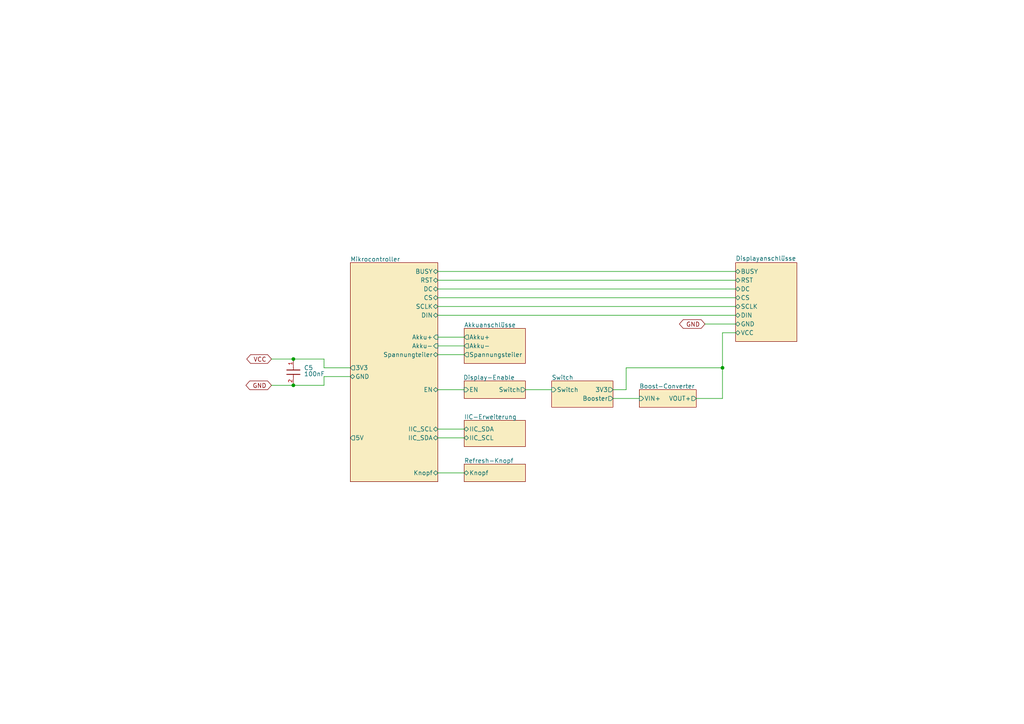
<source format=kicad_sch>
(kicad_sch (version 20231120) (generator "eeschema") (generator_version "8.0")
  (paper "A4")
  (title_block (title "LPRD_MainBoard"))
  (lib_symbols
    (symbol "WCAP-CSGP_1210_H2.0:WCAP-CSGP_1210_H2.0" (pin_names (offset 1.016))
      (property "Reference" "C" (at 1.27 2.54 0))
      (property "Value" "WCAP-CSGP_1210_H2.0" (at 1.27 -5.08 0))
      (symbol "WCAP-CSGP_1210_H2.0_0_0"
        (polyline (pts (xy 0 0) (xy 0.6426 0)) (stroke (width 0.1524)))
        (polyline (pts (xy 0.635 -1.905) (xy 0.635 1.905)) (stroke (width 0.254)))
        (polyline (pts (xy 1.905 1.905) (xy 1.905 -1.905)) (stroke (width 0.254)))
        (polyline (pts (xy 1.9279 0) (xy 2.5705 0)) (stroke (width 0.1524)))
        (pin passive line (at -2.54 0 0) (length 2.54) (name "~") (number "1"))
        (pin passive line (at 5.08 0 180) (length 2.54) (name "~") (number "2"))
      )
    )
  )
  (junction (at 209.55 106.68))
  (junction (at 85.09 111.76))
  (junction (at 85.09 104.14))
  (wire (pts (xy 85.09 104.14) (xy 93.98 104.14)))
  (wire (pts (xy 177.8 115.57) (xy 185.42 115.57)))
  (wire (pts (xy 127 127) (xy 134.62 127)))
  (wire (pts (xy 127 88.9) (xy 213.36 88.9)))
  (wire (pts (xy 93.98 106.68) (xy 101.6 106.68)))
  (wire (pts (xy 181.61 106.68) (xy 209.55 106.68)))
  (wire (pts (xy 78.74 111.76) (xy 85.09 111.76)))
  (wire (pts (xy 127 100.33) (xy 134.62 100.33)))
  (wire (pts (xy 127 102.87) (xy 134.62 102.87)))
  (wire (pts (xy 127 91.44) (xy 213.36 91.44)))
  (wire (pts (xy 127 81.28) (xy 213.36 81.28)))
  (wire (pts (xy 127 124.46) (xy 134.62 124.46)))
  (wire (pts (xy 93.98 109.22) (xy 101.6 109.22)))
  (wire (pts (xy 209.55 106.68) (xy 209.55 115.57)))
  (wire (pts (xy 177.8 113.03) (xy 181.61 113.03)))
  (wire (pts (xy 93.98 104.14) (xy 93.98 106.68)))
  (wire (pts (xy 201.93 115.57) (xy 209.55 115.57)))
  (wire (pts (xy 213.36 96.52) (xy 209.55 96.52)))
  (wire (pts (xy 209.55 96.52) (xy 209.55 106.68)))
  (wire (pts (xy 127 137.16) (xy 134.62 137.16)))
  (wire (pts (xy 127 83.82) (xy 213.36 83.82)))
  (wire (pts (xy 93.98 109.22) (xy 93.98 111.76)))
  (wire (pts (xy 181.61 113.03) (xy 181.61 106.68)))
  (wire (pts (xy 78.74 104.14) (xy 85.09 104.14)))
  (wire (pts (xy 127 113.03) (xy 134.62 113.03)))
  (wire (pts (xy 127 78.74) (xy 213.36 78.74)))
  (wire (pts (xy 127 97.79) (xy 134.62 97.79)))
  (wire (pts (xy 152.4 113.03) (xy 160.02 113.03)))
  (wire (pts (xy 85.09 111.76) (xy 93.98 111.76)))
  (wire (pts (xy 127 86.36) (xy 213.36 86.36)))
  (wire (pts (xy 213.36 93.98) (xy 204.47 93.98)))
  (global_label "GND" (shape bidirectional) (at 78.74 111.76 180) (property "Intersheetrefs" "${INTERSHEET_REFS}" (effects (hide yes))))
  (global_label "GND" (shape bidirectional) (at 204.47 93.98 180) (property "Intersheetrefs" "${INTERSHEET_REFS}" (effects (hide yes))))
  (global_label "VCC" (shape bidirectional) (at 78.74 104.14 180) (property "Intersheetrefs" "${INTERSHEET_REFS}" (effects (hide yes))))
  (symbol (lib_id "WCAP-CSGP_1210_H2.0:WCAP-CSGP_1210_H2.0") (at 85.09 106.68 270) (unit 1)
    (property "Reference" "C5" (at 88.138 106.68 90) (effects (justify left)))
    (property "Value" "100nF" (at 88.138 108.458 90) (effects (justify left)))
    (property "Footprint" "footprints:WCAP-CSGP_1210_H2.0" (effects (hide yes)))
  )
  (sheet (at 160.02 110.49) (size 17.78 7.62) (stroke (width 0.1524)) (fill (color 248 237 193 1.0000))
    (property "Sheetname" "Switch" (at 160.02 110.236 0) (effects (justify left bottom)))
    (property "Sheetfile" "switch.kicad_sch" (effects (hide yes)))
    (pin "3V3" output (at 177.8 113.03 0))
    (pin "Booster" output (at 177.8 115.57 0))
    (pin "Switch" input (at 160.02 113.03 180))
  )
  (sheet (at 134.62 110.49) (size 17.78 5.08) (stroke (width 0.1524)) (fill (color 248 237 193 1.0000))
    (property "Sheetname" "Display-Enable" (at 134.366 110.236 0) (effects (justify left bottom)))
    (property "Sheetfile" "enable.kicad_sch" (effects (hide yes)))
    (pin "EN" input (at 134.62 113.03 180))
    (pin "Switch" output (at 152.4 113.03 0))
  )
  (sheet (at 134.62 95.25) (size 17.78 10.16) (stroke (width 0.1524)) (fill (color 248 237 193 1.0000))
    (property "Sheetname" "Akkuanschlüsse" (at 134.62 94.996 0) (effects (justify left bottom)))
    (property "Sheetfile" "akku.kicad_sch" (effects (hide yes)))
    (pin "Akku+" output (at 134.62 97.79 180))
    (pin "Spannungsteiler" output (at 134.62 102.87 180))
    (pin "Akku-" output (at 134.62 100.33 180))
  )
  (sheet (at 134.62 121.92) (size 17.78 7.62) (stroke (width 0.1524)) (fill (color 248 237 193 1.0000))
    (property "Sheetname" "IIC-Erweiterung" (at 134.62 121.666 0) (effects (justify left bottom)))
    (property "Sheetfile" "iic.kicad_sch" (effects (hide yes)))
    (pin "IIC_SDA" bidirectional (at 134.62 124.46 180))
    (pin "IIC_SCL" bidirectional (at 134.62 127 180))
  )
  (sheet (at 185.42 113.03) (size 16.51 5.08) (stroke (width 0.1524)) (fill (color 248 237 193 1.0000))
    (property "Sheetname" "Boost-Converter" (at 185.42 112.776 0) (effects (justify left bottom)))
    (property "Sheetfile" "stepup.kicad_sch" (effects (hide yes)))
    (pin "VOUT+" output (at 201.93 115.57 0))
    (pin "VIN+" input (at 185.42 115.57 180))
  )
  (sheet (at 101.6 76.2) (size 25.4 63.5) (stroke (width 0.1524)) (fill (color 248 237 193 1.0000))
    (property "Sheetname" "Mikrocontroller" (at 101.6 75.946 0) (effects (justify left bottom)))
    (property "Sheetfile" "mikrocontroller.kicad_sch" (effects (hide yes)))
    (pin "Akku-" input (at 127 100.33 0))
    (pin "Akku+" input (at 127 97.79 0))
    (pin "RST" bidirectional (at 127 81.28 0))
    (pin "DC" bidirectional (at 127 83.82 0))
    (pin "CS" bidirectional (at 127 86.36 0))
    (pin "BUSY" bidirectional (at 127 78.74 0))
    (pin "EN" bidirectional (at 127 113.03 0))
    (pin "IIC_SDA" bidirectional (at 127 127 0))
    (pin "IIC_SCL" bidirectional (at 127 124.46 0))
    (pin "Knopf" bidirectional (at 127 137.16 0))
    (pin "SCLK" bidirectional (at 127 88.9 0))
    (pin "DIN" bidirectional (at 127 91.44 0))
    (pin "Spannungteiler" bidirectional (at 127 102.87 0))
    (pin "GND" bidirectional (at 101.6 109.22 180))
    (pin "3V3" output (at 101.6 106.68 180))
    (pin "5V" output (at 101.6 127 180))
  )
  (sheet (at 213.36 76.2) (size 17.78 22.86) (stroke (width 0.1524)) (fill (color 248 237 193 1.0000))
    (property "Sheetname" "Displayanschlüsse" (at 213.36 75.692 0) (effects (justify left bottom)))
    (property "Sheetfile" "display_ports.kicad_sch" (effects (hide yes)))
    (pin "CS" bidirectional (at 213.36 86.36 180))
    (pin "DC" bidirectional (at 213.36 83.82 180))
    (pin "RST" bidirectional (at 213.36 81.28 180))
    (pin "SCLK" bidirectional (at 213.36 88.9 180))
    (pin "BUSY" bidirectional (at 213.36 78.74 180))
    (pin "VCC" bidirectional (at 213.36 96.52 180))
    (pin "GND" bidirectional (at 213.36 93.98 180))
    (pin "DIN" bidirectional (at 213.36 91.44 180))
  )
  (sheet (at 134.62 134.62) (size 17.78 5.08) (stroke (width 0.1524)) (fill (color 248 237 193 1.0000))
    (property "Sheetname" "Refresh-Knopf" (at 134.62 134.366 0) (effects (justify left bottom)))
    (property "Sheetfile" "knopf.kicad_sch" (effects (hide yes)))
    (pin "Knopf" bidirectional (at 134.62 137.16 180))
  )
)
</source>
